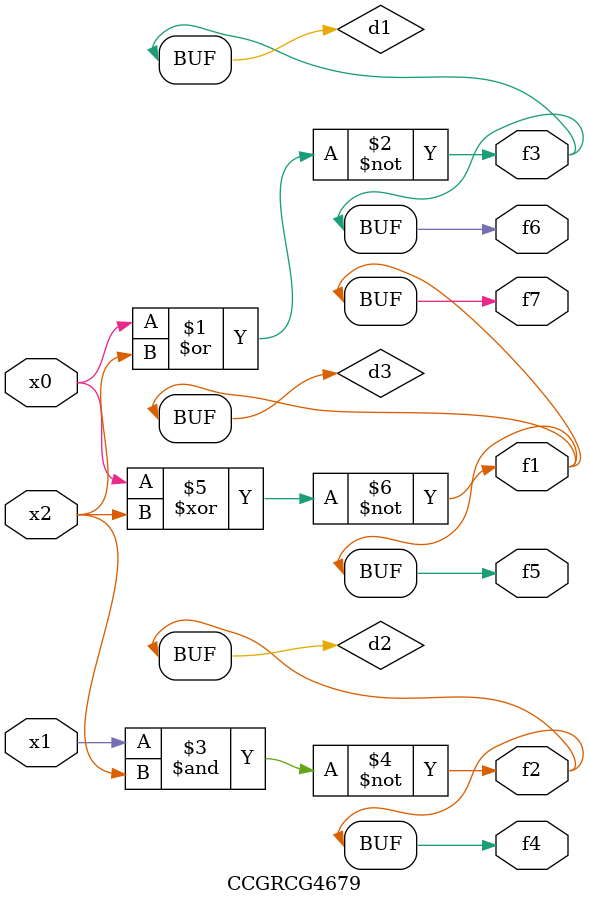
<source format=v>
module CCGRCG4679(
	input x0, x1, x2,
	output f1, f2, f3, f4, f5, f6, f7
);

	wire d1, d2, d3;

	nor (d1, x0, x2);
	nand (d2, x1, x2);
	xnor (d3, x0, x2);
	assign f1 = d3;
	assign f2 = d2;
	assign f3 = d1;
	assign f4 = d2;
	assign f5 = d3;
	assign f6 = d1;
	assign f7 = d3;
endmodule

</source>
